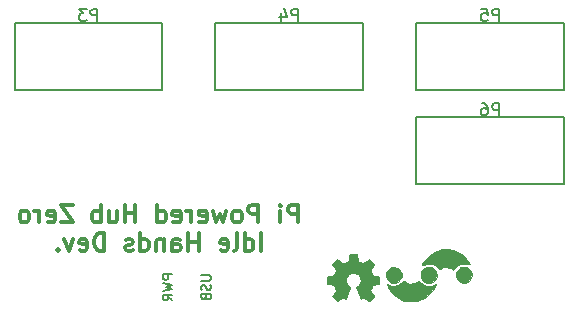
<source format=gbr>
G04 #@! TF.FileFunction,Legend,Bot*
%FSLAX46Y46*%
G04 Gerber Fmt 4.6, Leading zero omitted, Abs format (unit mm)*
G04 Created by KiCad (PCBNEW (2015-07-04 BZR 5884, Git c1bbf3e)-product) date 08/02/2016 4:00:02 PM*
%MOMM*%
G01*
G04 APERTURE LIST*
%ADD10C,0.100000*%
%ADD11C,0.200000*%
%ADD12C,0.300000*%
%ADD13C,0.150000*%
G04 APERTURE END LIST*
D10*
D11*
X118561905Y-96740476D02*
X119209524Y-96740476D01*
X119285714Y-96778571D01*
X119323810Y-96816667D01*
X119361905Y-96892857D01*
X119361905Y-97045238D01*
X119323810Y-97121429D01*
X119285714Y-97159524D01*
X119209524Y-97197619D01*
X118561905Y-97197619D01*
X119323810Y-97540476D02*
X119361905Y-97654762D01*
X119361905Y-97845238D01*
X119323810Y-97921428D01*
X119285714Y-97959524D01*
X119209524Y-97997619D01*
X119133333Y-97997619D01*
X119057143Y-97959524D01*
X119019048Y-97921428D01*
X118980952Y-97845238D01*
X118942857Y-97692857D01*
X118904762Y-97616666D01*
X118866667Y-97578571D01*
X118790476Y-97540476D01*
X118714286Y-97540476D01*
X118638095Y-97578571D01*
X118600000Y-97616666D01*
X118561905Y-97692857D01*
X118561905Y-97883333D01*
X118600000Y-97997619D01*
X118942857Y-98607143D02*
X118980952Y-98721429D01*
X119019048Y-98759524D01*
X119095238Y-98797619D01*
X119209524Y-98797619D01*
X119285714Y-98759524D01*
X119323810Y-98721429D01*
X119361905Y-98645238D01*
X119361905Y-98340476D01*
X118561905Y-98340476D01*
X118561905Y-98607143D01*
X118600000Y-98683333D01*
X118638095Y-98721429D01*
X118714286Y-98759524D01*
X118790476Y-98759524D01*
X118866667Y-98721429D01*
X118904762Y-98683333D01*
X118942857Y-98607143D01*
X118942857Y-98340476D01*
X116111905Y-96683333D02*
X115311905Y-96683333D01*
X115311905Y-96988095D01*
X115350000Y-97064286D01*
X115388095Y-97102381D01*
X115464286Y-97140476D01*
X115578571Y-97140476D01*
X115654762Y-97102381D01*
X115692857Y-97064286D01*
X115730952Y-96988095D01*
X115730952Y-96683333D01*
X115311905Y-97407143D02*
X116111905Y-97597619D01*
X115540476Y-97750000D01*
X116111905Y-97902381D01*
X115311905Y-98092857D01*
X116111905Y-98854762D02*
X115730952Y-98588095D01*
X116111905Y-98397619D02*
X115311905Y-98397619D01*
X115311905Y-98702381D01*
X115350000Y-98778572D01*
X115388095Y-98816667D01*
X115464286Y-98854762D01*
X115578571Y-98854762D01*
X115654762Y-98816667D01*
X115692857Y-98778572D01*
X115730952Y-98702381D01*
X115730952Y-98397619D01*
D12*
X126749999Y-92278571D02*
X126749999Y-90778571D01*
X126178571Y-90778571D01*
X126035713Y-90850000D01*
X125964285Y-90921429D01*
X125892856Y-91064286D01*
X125892856Y-91278571D01*
X125964285Y-91421429D01*
X126035713Y-91492857D01*
X126178571Y-91564286D01*
X126749999Y-91564286D01*
X125249999Y-92278571D02*
X125249999Y-91278571D01*
X125249999Y-90778571D02*
X125321428Y-90850000D01*
X125249999Y-90921429D01*
X125178571Y-90850000D01*
X125249999Y-90778571D01*
X125249999Y-90921429D01*
X123392856Y-92278571D02*
X123392856Y-90778571D01*
X122821428Y-90778571D01*
X122678570Y-90850000D01*
X122607142Y-90921429D01*
X122535713Y-91064286D01*
X122535713Y-91278571D01*
X122607142Y-91421429D01*
X122678570Y-91492857D01*
X122821428Y-91564286D01*
X123392856Y-91564286D01*
X121678570Y-92278571D02*
X121821428Y-92207143D01*
X121892856Y-92135714D01*
X121964285Y-91992857D01*
X121964285Y-91564286D01*
X121892856Y-91421429D01*
X121821428Y-91350000D01*
X121678570Y-91278571D01*
X121464285Y-91278571D01*
X121321428Y-91350000D01*
X121249999Y-91421429D01*
X121178570Y-91564286D01*
X121178570Y-91992857D01*
X121249999Y-92135714D01*
X121321428Y-92207143D01*
X121464285Y-92278571D01*
X121678570Y-92278571D01*
X120678570Y-91278571D02*
X120392856Y-92278571D01*
X120107142Y-91564286D01*
X119821427Y-92278571D01*
X119535713Y-91278571D01*
X118392856Y-92207143D02*
X118535713Y-92278571D01*
X118821427Y-92278571D01*
X118964284Y-92207143D01*
X119035713Y-92064286D01*
X119035713Y-91492857D01*
X118964284Y-91350000D01*
X118821427Y-91278571D01*
X118535713Y-91278571D01*
X118392856Y-91350000D01*
X118321427Y-91492857D01*
X118321427Y-91635714D01*
X119035713Y-91778571D01*
X117678570Y-92278571D02*
X117678570Y-91278571D01*
X117678570Y-91564286D02*
X117607142Y-91421429D01*
X117535713Y-91350000D01*
X117392856Y-91278571D01*
X117249999Y-91278571D01*
X116178571Y-92207143D02*
X116321428Y-92278571D01*
X116607142Y-92278571D01*
X116749999Y-92207143D01*
X116821428Y-92064286D01*
X116821428Y-91492857D01*
X116749999Y-91350000D01*
X116607142Y-91278571D01*
X116321428Y-91278571D01*
X116178571Y-91350000D01*
X116107142Y-91492857D01*
X116107142Y-91635714D01*
X116821428Y-91778571D01*
X114821428Y-92278571D02*
X114821428Y-90778571D01*
X114821428Y-92207143D02*
X114964285Y-92278571D01*
X115249999Y-92278571D01*
X115392857Y-92207143D01*
X115464285Y-92135714D01*
X115535714Y-91992857D01*
X115535714Y-91564286D01*
X115464285Y-91421429D01*
X115392857Y-91350000D01*
X115249999Y-91278571D01*
X114964285Y-91278571D01*
X114821428Y-91350000D01*
X112964285Y-92278571D02*
X112964285Y-90778571D01*
X112964285Y-91492857D02*
X112107142Y-91492857D01*
X112107142Y-92278571D02*
X112107142Y-90778571D01*
X110749999Y-91278571D02*
X110749999Y-92278571D01*
X111392856Y-91278571D02*
X111392856Y-92064286D01*
X111321428Y-92207143D01*
X111178570Y-92278571D01*
X110964285Y-92278571D01*
X110821428Y-92207143D01*
X110749999Y-92135714D01*
X110035713Y-92278571D02*
X110035713Y-90778571D01*
X110035713Y-91350000D02*
X109892856Y-91278571D01*
X109607142Y-91278571D01*
X109464285Y-91350000D01*
X109392856Y-91421429D01*
X109321427Y-91564286D01*
X109321427Y-91992857D01*
X109392856Y-92135714D01*
X109464285Y-92207143D01*
X109607142Y-92278571D01*
X109892856Y-92278571D01*
X110035713Y-92207143D01*
X107678570Y-90778571D02*
X106678570Y-90778571D01*
X107678570Y-92278571D01*
X106678570Y-92278571D01*
X105535714Y-92207143D02*
X105678571Y-92278571D01*
X105964285Y-92278571D01*
X106107142Y-92207143D01*
X106178571Y-92064286D01*
X106178571Y-91492857D01*
X106107142Y-91350000D01*
X105964285Y-91278571D01*
X105678571Y-91278571D01*
X105535714Y-91350000D01*
X105464285Y-91492857D01*
X105464285Y-91635714D01*
X106178571Y-91778571D01*
X104821428Y-92278571D02*
X104821428Y-91278571D01*
X104821428Y-91564286D02*
X104750000Y-91421429D01*
X104678571Y-91350000D01*
X104535714Y-91278571D01*
X104392857Y-91278571D01*
X103678571Y-92278571D02*
X103821429Y-92207143D01*
X103892857Y-92135714D01*
X103964286Y-91992857D01*
X103964286Y-91564286D01*
X103892857Y-91421429D01*
X103821429Y-91350000D01*
X103678571Y-91278571D01*
X103464286Y-91278571D01*
X103321429Y-91350000D01*
X103250000Y-91421429D01*
X103178571Y-91564286D01*
X103178571Y-91992857D01*
X103250000Y-92135714D01*
X103321429Y-92207143D01*
X103464286Y-92278571D01*
X103678571Y-92278571D01*
X123607143Y-94678571D02*
X123607143Y-93178571D01*
X122250000Y-94678571D02*
X122250000Y-93178571D01*
X122250000Y-94607143D02*
X122392857Y-94678571D01*
X122678571Y-94678571D01*
X122821429Y-94607143D01*
X122892857Y-94535714D01*
X122964286Y-94392857D01*
X122964286Y-93964286D01*
X122892857Y-93821429D01*
X122821429Y-93750000D01*
X122678571Y-93678571D01*
X122392857Y-93678571D01*
X122250000Y-93750000D01*
X121321428Y-94678571D02*
X121464286Y-94607143D01*
X121535714Y-94464286D01*
X121535714Y-93178571D01*
X120178572Y-94607143D02*
X120321429Y-94678571D01*
X120607143Y-94678571D01*
X120750000Y-94607143D01*
X120821429Y-94464286D01*
X120821429Y-93892857D01*
X120750000Y-93750000D01*
X120607143Y-93678571D01*
X120321429Y-93678571D01*
X120178572Y-93750000D01*
X120107143Y-93892857D01*
X120107143Y-94035714D01*
X120821429Y-94178571D01*
X118321429Y-94678571D02*
X118321429Y-93178571D01*
X118321429Y-93892857D02*
X117464286Y-93892857D01*
X117464286Y-94678571D02*
X117464286Y-93178571D01*
X116107143Y-94678571D02*
X116107143Y-93892857D01*
X116178572Y-93750000D01*
X116321429Y-93678571D01*
X116607143Y-93678571D01*
X116750000Y-93750000D01*
X116107143Y-94607143D02*
X116250000Y-94678571D01*
X116607143Y-94678571D01*
X116750000Y-94607143D01*
X116821429Y-94464286D01*
X116821429Y-94321429D01*
X116750000Y-94178571D01*
X116607143Y-94107143D01*
X116250000Y-94107143D01*
X116107143Y-94035714D01*
X115392857Y-93678571D02*
X115392857Y-94678571D01*
X115392857Y-93821429D02*
X115321429Y-93750000D01*
X115178571Y-93678571D01*
X114964286Y-93678571D01*
X114821429Y-93750000D01*
X114750000Y-93892857D01*
X114750000Y-94678571D01*
X113392857Y-94678571D02*
X113392857Y-93178571D01*
X113392857Y-94607143D02*
X113535714Y-94678571D01*
X113821428Y-94678571D01*
X113964286Y-94607143D01*
X114035714Y-94535714D01*
X114107143Y-94392857D01*
X114107143Y-93964286D01*
X114035714Y-93821429D01*
X113964286Y-93750000D01*
X113821428Y-93678571D01*
X113535714Y-93678571D01*
X113392857Y-93750000D01*
X112750000Y-94607143D02*
X112607143Y-94678571D01*
X112321428Y-94678571D01*
X112178571Y-94607143D01*
X112107143Y-94464286D01*
X112107143Y-94392857D01*
X112178571Y-94250000D01*
X112321428Y-94178571D01*
X112535714Y-94178571D01*
X112678571Y-94107143D01*
X112750000Y-93964286D01*
X112750000Y-93892857D01*
X112678571Y-93750000D01*
X112535714Y-93678571D01*
X112321428Y-93678571D01*
X112178571Y-93750000D01*
X110321428Y-94678571D02*
X110321428Y-93178571D01*
X109964285Y-93178571D01*
X109750000Y-93250000D01*
X109607142Y-93392857D01*
X109535714Y-93535714D01*
X109464285Y-93821429D01*
X109464285Y-94035714D01*
X109535714Y-94321429D01*
X109607142Y-94464286D01*
X109750000Y-94607143D01*
X109964285Y-94678571D01*
X110321428Y-94678571D01*
X108250000Y-94607143D02*
X108392857Y-94678571D01*
X108678571Y-94678571D01*
X108821428Y-94607143D01*
X108892857Y-94464286D01*
X108892857Y-93892857D01*
X108821428Y-93750000D01*
X108678571Y-93678571D01*
X108392857Y-93678571D01*
X108250000Y-93750000D01*
X108178571Y-93892857D01*
X108178571Y-94035714D01*
X108892857Y-94178571D01*
X107678571Y-93678571D02*
X107321428Y-94678571D01*
X106964286Y-93678571D01*
X106392857Y-94535714D02*
X106321429Y-94607143D01*
X106392857Y-94678571D01*
X106464286Y-94607143D01*
X106392857Y-94535714D01*
X106392857Y-94678571D01*
D13*
X102750000Y-75350000D02*
X115250000Y-75350000D01*
X102750000Y-81050000D02*
X102750000Y-75350000D01*
X102750000Y-81050000D02*
X115250000Y-81050000D01*
X115250000Y-81050000D02*
X115250000Y-75350000D01*
X119750000Y-75350000D02*
X132250000Y-75350000D01*
X119750000Y-81050000D02*
X119750000Y-75350000D01*
X119750000Y-81050000D02*
X132250000Y-81050000D01*
X132250000Y-81050000D02*
X132250000Y-75350000D01*
X136750000Y-75350000D02*
X149250000Y-75350000D01*
X136750000Y-81050000D02*
X136750000Y-75350000D01*
X136750000Y-81050000D02*
X149250000Y-81050000D01*
X149250000Y-81050000D02*
X149250000Y-75350000D01*
X136750000Y-83350000D02*
X149250000Y-83350000D01*
X136750000Y-89050000D02*
X136750000Y-83350000D01*
X136750000Y-89050000D02*
X149250000Y-89050000D01*
X149250000Y-89050000D02*
X149250000Y-83350000D01*
D10*
G36*
X141292500Y-95806729D02*
X141252050Y-95712344D01*
X141147499Y-95558968D01*
X141004043Y-95377913D01*
X140846877Y-95200493D01*
X140701199Y-95058021D01*
X140667337Y-95029792D01*
X140283085Y-94790497D01*
X139844700Y-94624655D01*
X139389631Y-94541298D01*
X138955323Y-94549460D01*
X138799866Y-94579347D01*
X138326063Y-94760933D01*
X137887104Y-95052868D01*
X137628047Y-95299546D01*
X137466899Y-95487649D01*
X137341677Y-95655679D01*
X137277605Y-95769551D01*
X137275807Y-95775563D01*
X137266453Y-95862021D01*
X137326660Y-95867976D01*
X137398441Y-95843246D01*
X137558284Y-95806763D01*
X137773481Y-95785898D01*
X137853504Y-95784000D01*
X138162650Y-95829171D01*
X138417919Y-95974931D01*
X138585089Y-96150157D01*
X138675733Y-96248405D01*
X138744793Y-96252333D01*
X138818285Y-96194682D01*
X139023586Y-96085232D01*
X139282222Y-96051465D01*
X139543627Y-96096035D01*
X139662686Y-96150354D01*
X139880141Y-96278656D01*
X140083584Y-96062967D01*
X140265605Y-95901087D01*
X140455706Y-95813109D01*
X140693924Y-95786999D01*
X140948896Y-95802861D01*
X141137840Y-95817121D01*
X141262642Y-95816493D01*
X141292500Y-95806729D01*
X141292500Y-95806729D01*
X141292500Y-95806729D01*
G37*
X141292500Y-95806729D02*
X141252050Y-95712344D01*
X141147499Y-95558968D01*
X141004043Y-95377913D01*
X140846877Y-95200493D01*
X140701199Y-95058021D01*
X140667337Y-95029792D01*
X140283085Y-94790497D01*
X139844700Y-94624655D01*
X139389631Y-94541298D01*
X138955323Y-94549460D01*
X138799866Y-94579347D01*
X138326063Y-94760933D01*
X137887104Y-95052868D01*
X137628047Y-95299546D01*
X137466899Y-95487649D01*
X137341677Y-95655679D01*
X137277605Y-95769551D01*
X137275807Y-95775563D01*
X137266453Y-95862021D01*
X137326660Y-95867976D01*
X137398441Y-95843246D01*
X137558284Y-95806763D01*
X137773481Y-95785898D01*
X137853504Y-95784000D01*
X138162650Y-95829171D01*
X138417919Y-95974931D01*
X138585089Y-96150157D01*
X138675733Y-96248405D01*
X138744793Y-96252333D01*
X138818285Y-96194682D01*
X139023586Y-96085232D01*
X139282222Y-96051465D01*
X139543627Y-96096035D01*
X139662686Y-96150354D01*
X139880141Y-96278656D01*
X140083584Y-96062967D01*
X140265605Y-95901087D01*
X140455706Y-95813109D01*
X140693924Y-95786999D01*
X140948896Y-95802861D01*
X141137840Y-95817121D01*
X141262642Y-95816493D01*
X141292500Y-95806729D01*
X141292500Y-95806729D01*
G36*
X135543612Y-96664454D02*
X135476870Y-96433163D01*
X135328678Y-96240613D01*
X135121793Y-96104760D01*
X134878974Y-96043562D01*
X134622981Y-96074975D01*
X134504989Y-96126615D01*
X134323304Y-96293670D01*
X134211930Y-96529491D01*
X134180774Y-96791130D01*
X134239742Y-97035638D01*
X134279604Y-97103734D01*
X134486745Y-97306430D01*
X134730243Y-97402695D01*
X134983764Y-97396548D01*
X135220978Y-97292009D01*
X135415551Y-97093096D01*
X135506143Y-96916530D01*
X135543612Y-96664454D01*
X135543612Y-96664454D01*
X135543612Y-96664454D01*
G37*
X135543612Y-96664454D02*
X135476870Y-96433163D01*
X135328678Y-96240613D01*
X135121793Y-96104760D01*
X134878974Y-96043562D01*
X134622981Y-96074975D01*
X134504989Y-96126615D01*
X134323304Y-96293670D01*
X134211930Y-96529491D01*
X134180774Y-96791130D01*
X134239742Y-97035638D01*
X134279604Y-97103734D01*
X134486745Y-97306430D01*
X134730243Y-97402695D01*
X134983764Y-97396548D01*
X135220978Y-97292009D01*
X135415551Y-97093096D01*
X135506143Y-96916530D01*
X135543612Y-96664454D01*
X135543612Y-96664454D01*
G36*
X138497848Y-96776940D02*
X138460284Y-96500422D01*
X138392755Y-96354834D01*
X138209264Y-96157132D01*
X137967669Y-96052158D01*
X137701749Y-96044970D01*
X137445285Y-96140626D01*
X137362531Y-96200578D01*
X137191581Y-96412647D01*
X137124458Y-96650762D01*
X137148354Y-96891140D01*
X137250461Y-97110000D01*
X137417972Y-97283558D01*
X137638080Y-97388032D01*
X137897976Y-97399642D01*
X137996228Y-97377286D01*
X138255573Y-97241795D01*
X138426195Y-97032872D01*
X138497848Y-96776940D01*
X138497848Y-96776940D01*
X138497848Y-96776940D01*
G37*
X138497848Y-96776940D02*
X138460284Y-96500422D01*
X138392755Y-96354834D01*
X138209264Y-96157132D01*
X137967669Y-96052158D01*
X137701749Y-96044970D01*
X137445285Y-96140626D01*
X137362531Y-96200578D01*
X137191581Y-96412647D01*
X137124458Y-96650762D01*
X137148354Y-96891140D01*
X137250461Y-97110000D01*
X137417972Y-97283558D01*
X137638080Y-97388032D01*
X137897976Y-97399642D01*
X137996228Y-97377286D01*
X138255573Y-97241795D01*
X138426195Y-97032872D01*
X138497848Y-96776940D01*
X138497848Y-96776940D01*
G36*
X141483000Y-96739425D02*
X141435437Y-96527467D01*
X141315190Y-96307283D01*
X141155918Y-96140073D01*
X141151733Y-96137105D01*
X140959754Y-96063204D01*
X140715903Y-96046347D01*
X140482902Y-96088831D01*
X140430182Y-96110679D01*
X140249083Y-96263525D01*
X140132583Y-96493572D01*
X140099907Y-96759406D01*
X140104890Y-96811511D01*
X140186280Y-97083521D01*
X140354509Y-97269784D01*
X140595202Y-97379363D01*
X140791218Y-97416756D01*
X140962640Y-97383063D01*
X141048029Y-97346039D01*
X141257858Y-97195317D01*
X141413004Y-96987545D01*
X141481999Y-96766607D01*
X141483000Y-96739425D01*
X141483000Y-96739425D01*
X141483000Y-96739425D01*
G37*
X141483000Y-96739425D02*
X141435437Y-96527467D01*
X141315190Y-96307283D01*
X141155918Y-96140073D01*
X141151733Y-96137105D01*
X140959754Y-96063204D01*
X140715903Y-96046347D01*
X140482902Y-96088831D01*
X140430182Y-96110679D01*
X140249083Y-96263525D01*
X140132583Y-96493572D01*
X140099907Y-96759406D01*
X140104890Y-96811511D01*
X140186280Y-97083521D01*
X140354509Y-97269784D01*
X140595202Y-97379363D01*
X140791218Y-97416756D01*
X140962640Y-97383063D01*
X141048029Y-97346039D01*
X141257858Y-97195317D01*
X141413004Y-96987545D01*
X141481999Y-96766607D01*
X141483000Y-96739425D01*
X141483000Y-96739425D01*
G36*
X138434078Y-97505366D02*
X138214328Y-97597183D01*
X138002774Y-97660911D01*
X137793451Y-97688717D01*
X137786164Y-97688763D01*
X137560608Y-97643156D01*
X137316590Y-97527385D01*
X137112553Y-97372352D01*
X137050625Y-97299839D01*
X136988740Y-97226649D01*
X136924304Y-97224809D01*
X136812209Y-97297260D01*
X136785190Y-97317161D01*
X136540839Y-97427620D01*
X136261200Y-97448846D01*
X135997700Y-97380424D01*
X135903441Y-97324282D01*
X135730262Y-97196246D01*
X135500251Y-97407035D01*
X135205112Y-97603863D01*
X134886742Y-97676180D01*
X134548317Y-97623315D01*
X134521481Y-97614021D01*
X134257826Y-97519211D01*
X134321571Y-97702071D01*
X134436275Y-97912174D01*
X134631375Y-98153347D01*
X134876193Y-98395076D01*
X135140055Y-98606849D01*
X135374929Y-98749817D01*
X135573319Y-98838827D01*
X135752124Y-98892284D01*
X135956738Y-98918813D01*
X136232555Y-98927040D01*
X136308701Y-98927250D01*
X136600177Y-98922674D01*
X136812459Y-98902282D01*
X136993217Y-98856086D01*
X137190123Y-98774093D01*
X137306160Y-98718209D01*
X137755342Y-98429984D01*
X138116505Y-98053542D01*
X138313082Y-97740058D01*
X138434078Y-97505366D01*
X138434078Y-97505366D01*
X138434078Y-97505366D01*
G37*
X138434078Y-97505366D02*
X138214328Y-97597183D01*
X138002774Y-97660911D01*
X137793451Y-97688717D01*
X137786164Y-97688763D01*
X137560608Y-97643156D01*
X137316590Y-97527385D01*
X137112553Y-97372352D01*
X137050625Y-97299839D01*
X136988740Y-97226649D01*
X136924304Y-97224809D01*
X136812209Y-97297260D01*
X136785190Y-97317161D01*
X136540839Y-97427620D01*
X136261200Y-97448846D01*
X135997700Y-97380424D01*
X135903441Y-97324282D01*
X135730262Y-97196246D01*
X135500251Y-97407035D01*
X135205112Y-97603863D01*
X134886742Y-97676180D01*
X134548317Y-97623315D01*
X134521481Y-97614021D01*
X134257826Y-97519211D01*
X134321571Y-97702071D01*
X134436275Y-97912174D01*
X134631375Y-98153347D01*
X134876193Y-98395076D01*
X135140055Y-98606849D01*
X135374929Y-98749817D01*
X135573319Y-98838827D01*
X135752124Y-98892284D01*
X135956738Y-98918813D01*
X136232555Y-98927040D01*
X136308701Y-98927250D01*
X136600177Y-98922674D01*
X136812459Y-98902282D01*
X136993217Y-98856086D01*
X137190123Y-98774093D01*
X137306160Y-98718209D01*
X137755342Y-98429984D01*
X138116505Y-98053542D01*
X138313082Y-97740058D01*
X138434078Y-97505366D01*
X138434078Y-97505366D01*
G36*
X129200007Y-97164819D02*
X129200403Y-97241526D01*
X129201801Y-97310278D01*
X129202164Y-97321275D01*
X129207444Y-97470192D01*
X129335347Y-97494162D01*
X129434620Y-97512838D01*
X129522923Y-97529594D01*
X129599120Y-97544210D01*
X129662073Y-97556464D01*
X129710647Y-97566135D01*
X129743706Y-97573002D01*
X129760112Y-97576843D01*
X129760491Y-97576957D01*
X129774188Y-97586696D01*
X129789335Y-97608785D01*
X129806728Y-97644751D01*
X129827165Y-97696123D01*
X129837936Y-97725715D01*
X129854603Y-97769496D01*
X129875784Y-97820926D01*
X129897893Y-97871418D01*
X129906790Y-97890694D01*
X129930597Y-97942782D01*
X129946115Y-97982508D01*
X129953540Y-98013548D01*
X129953071Y-98039574D01*
X129944906Y-98064261D01*
X129929242Y-98091283D01*
X129918435Y-98107138D01*
X129855237Y-98198034D01*
X129800378Y-98278016D01*
X129754339Y-98346363D01*
X129717599Y-98402353D01*
X129690637Y-98445267D01*
X129673932Y-98474383D01*
X129672849Y-98476497D01*
X129648785Y-98524245D01*
X129845135Y-98723432D01*
X129894526Y-98773156D01*
X129940485Y-98818701D01*
X129981309Y-98858436D01*
X130015293Y-98890728D01*
X130040735Y-98913946D01*
X130055931Y-98926459D01*
X130058806Y-98928116D01*
X130067944Y-98929299D01*
X130079912Y-98926908D01*
X130096426Y-98919927D01*
X130119200Y-98907343D01*
X130149949Y-98888141D01*
X130190390Y-98861307D01*
X130242235Y-98825827D01*
X130302357Y-98784065D01*
X130351611Y-98750096D01*
X130399163Y-98718000D01*
X130441770Y-98689914D01*
X130476189Y-98667975D01*
X130499177Y-98654318D01*
X130499777Y-98653994D01*
X130547518Y-98628322D01*
X130585955Y-98649615D01*
X130622703Y-98669527D01*
X130661401Y-98689761D01*
X130698658Y-98708637D01*
X130731082Y-98724473D01*
X130755281Y-98735590D01*
X130767863Y-98740306D01*
X130768854Y-98740237D01*
X130775003Y-98728466D01*
X130787136Y-98701763D01*
X130804470Y-98662028D01*
X130826221Y-98611163D01*
X130851605Y-98551069D01*
X130879837Y-98483646D01*
X130910134Y-98410795D01*
X130941711Y-98334417D01*
X130973786Y-98256413D01*
X131005572Y-98178684D01*
X131036288Y-98103130D01*
X131065147Y-98031653D01*
X131091368Y-97966152D01*
X131114165Y-97908530D01*
X131132754Y-97860687D01*
X131144788Y-97828786D01*
X131171906Y-97755238D01*
X131108076Y-97711624D01*
X131028840Y-97650584D01*
X130958103Y-97582363D01*
X130898370Y-97509892D01*
X130852145Y-97436102D01*
X130829141Y-97385168D01*
X130819063Y-97352337D01*
X130808981Y-97309806D01*
X130800836Y-97265915D01*
X130799802Y-97259046D01*
X130793759Y-97155467D01*
X130805013Y-97053165D01*
X130832763Y-96954410D01*
X130876205Y-96861471D01*
X130934536Y-96776616D01*
X130992003Y-96715505D01*
X131071073Y-96653807D01*
X131159336Y-96605401D01*
X131253765Y-96571264D01*
X131351333Y-96552377D01*
X131449015Y-96549718D01*
X131491296Y-96553948D01*
X131599132Y-96577497D01*
X131697497Y-96615898D01*
X131785467Y-96668412D01*
X131862117Y-96734298D01*
X131926523Y-96812816D01*
X131977762Y-96903227D01*
X132001722Y-96962646D01*
X132023011Y-97044773D01*
X132033811Y-97134841D01*
X132033708Y-97225704D01*
X132022292Y-97310216D01*
X132021874Y-97312112D01*
X131991567Y-97407160D01*
X131944798Y-97496161D01*
X131882694Y-97577520D01*
X131806379Y-97649643D01*
X131758613Y-97684893D01*
X131724349Y-97708844D01*
X131695344Y-97730685D01*
X131675246Y-97747577D01*
X131668283Y-97755171D01*
X131665759Y-97759012D01*
X131663825Y-97762720D01*
X131662991Y-97767660D01*
X131663768Y-97775200D01*
X131666665Y-97786704D01*
X131672192Y-97803539D01*
X131680861Y-97827071D01*
X131693181Y-97858665D01*
X131709663Y-97899688D01*
X131730816Y-97951506D01*
X131757151Y-98015484D01*
X131789179Y-98092989D01*
X131827409Y-98185386D01*
X131843651Y-98224643D01*
X131885748Y-98326298D01*
X131921580Y-98412556D01*
X131951749Y-98484809D01*
X131976861Y-98544453D01*
X131997518Y-98592882D01*
X132014325Y-98631489D01*
X132027885Y-98661670D01*
X132038802Y-98684818D01*
X132047680Y-98702328D01*
X132055122Y-98715594D01*
X132058877Y-98721673D01*
X132072187Y-98742452D01*
X132174916Y-98687655D01*
X132214597Y-98666957D01*
X132249089Y-98649840D01*
X132274956Y-98637946D01*
X132288760Y-98632921D01*
X132289449Y-98632857D01*
X132300903Y-98637711D01*
X132324832Y-98651195D01*
X132358738Y-98671693D01*
X132400124Y-98697588D01*
X132446493Y-98727264D01*
X132495346Y-98759104D01*
X132544186Y-98791492D01*
X132590516Y-98822811D01*
X132631839Y-98851446D01*
X132665655Y-98875779D01*
X132671370Y-98880041D01*
X132705544Y-98904031D01*
X132735341Y-98921806D01*
X132756785Y-98931095D01*
X132762084Y-98931926D01*
X132773171Y-98927514D01*
X132792228Y-98913969D01*
X132820123Y-98890520D01*
X132857723Y-98856402D01*
X132905894Y-98810844D01*
X132965502Y-98753081D01*
X132980696Y-98738208D01*
X133030863Y-98688511D01*
X133076205Y-98642599D01*
X133115170Y-98602118D01*
X133146206Y-98568716D01*
X133167762Y-98544041D01*
X133178287Y-98529739D01*
X133179074Y-98527586D01*
X133178323Y-98500355D01*
X133170025Y-98477408D01*
X133153733Y-98453285D01*
X133140047Y-98434468D01*
X133118302Y-98403695D01*
X133090484Y-98363854D01*
X133058581Y-98317834D01*
X133024577Y-98268526D01*
X132990460Y-98218817D01*
X132958215Y-98171598D01*
X132929830Y-98129757D01*
X132907290Y-98096184D01*
X132892582Y-98073768D01*
X132890089Y-98069805D01*
X132870123Y-98037430D01*
X132941798Y-97855281D01*
X132964503Y-97798198D01*
X132986539Y-97743918D01*
X133006521Y-97695773D01*
X133023061Y-97657093D01*
X133034773Y-97631211D01*
X133036698Y-97627299D01*
X133044462Y-97612039D01*
X133051917Y-97599758D01*
X133061138Y-97589734D01*
X133074197Y-97581246D01*
X133093168Y-97573573D01*
X133120126Y-97565995D01*
X133157144Y-97557789D01*
X133206295Y-97548236D01*
X133269654Y-97536613D01*
X133327678Y-97526117D01*
X133388702Y-97514902D01*
X133446464Y-97503973D01*
X133497608Y-97493988D01*
X133538778Y-97485606D01*
X133566616Y-97479488D01*
X133572607Y-97477998D01*
X133617964Y-97465999D01*
X133620353Y-97166172D01*
X133622741Y-96866345D01*
X133529638Y-96847213D01*
X133490352Y-96839357D01*
X133438020Y-96829206D01*
X133377455Y-96817676D01*
X133313468Y-96805684D01*
X133255107Y-96794920D01*
X133198891Y-96784476D01*
X133147900Y-96774683D01*
X133105160Y-96766149D01*
X133073694Y-96759479D01*
X133056528Y-96755281D01*
X133055205Y-96754841D01*
X133048493Y-96750832D01*
X133041007Y-96742644D01*
X133031950Y-96728624D01*
X133020522Y-96707124D01*
X133005926Y-96676492D01*
X132987362Y-96635077D01*
X132964031Y-96581229D01*
X132935136Y-96513298D01*
X132913364Y-96461694D01*
X132894773Y-96416540D01*
X132879043Y-96376434D01*
X132867436Y-96344737D01*
X132861210Y-96324814D01*
X132860500Y-96320587D01*
X132865432Y-96307486D01*
X132878894Y-96283012D01*
X132898878Y-96250562D01*
X132923380Y-96213535D01*
X132925606Y-96210286D01*
X132992469Y-96112566D01*
X133048818Y-96029306D01*
X133094800Y-95960283D01*
X133130558Y-95905275D01*
X133156237Y-95864059D01*
X133171981Y-95836411D01*
X133177936Y-95822110D01*
X133178000Y-95821311D01*
X133171935Y-95810857D01*
X133155023Y-95789559D01*
X133129182Y-95759464D01*
X133096332Y-95722617D01*
X133058394Y-95681065D01*
X133017287Y-95636853D01*
X132974931Y-95592027D01*
X132933245Y-95548634D01*
X132894151Y-95508718D01*
X132859568Y-95474326D01*
X132831415Y-95447505D01*
X132811613Y-95430299D01*
X132809699Y-95428836D01*
X132784971Y-95413404D01*
X132762726Y-95404388D01*
X132756145Y-95403429D01*
X132740327Y-95408711D01*
X132714988Y-95422797D01*
X132684683Y-95443044D01*
X132673134Y-95451561D01*
X132639143Y-95476242D01*
X132595653Y-95506288D01*
X132548660Y-95537622D01*
X132510533Y-95562162D01*
X132466530Y-95590550D01*
X132422162Y-95620271D01*
X132382907Y-95647593D01*
X132356651Y-95666917D01*
X132317691Y-95696112D01*
X132289056Y-95715017D01*
X132267422Y-95725299D01*
X132249466Y-95728620D01*
X132235797Y-95727435D01*
X132220221Y-95722534D01*
X132190163Y-95711172D01*
X132147734Y-95694222D01*
X132095046Y-95672558D01*
X132034211Y-95647053D01*
X131967341Y-95618580D01*
X131896547Y-95588012D01*
X131857518Y-95570982D01*
X131829716Y-95558803D01*
X131778967Y-95276673D01*
X131764714Y-95199318D01*
X131751307Y-95130167D01*
X131739148Y-95071106D01*
X131728643Y-95024020D01*
X131720198Y-94990795D01*
X131714217Y-94973316D01*
X131713578Y-94972200D01*
X131698939Y-94949858D01*
X131414508Y-94949858D01*
X131331763Y-94950003D01*
X131265475Y-94950487D01*
X131213958Y-94951378D01*
X131175530Y-94952746D01*
X131148504Y-94954660D01*
X131131196Y-94957190D01*
X131121923Y-94960406D01*
X131119989Y-94962014D01*
X131113065Y-94977675D01*
X131104037Y-95009722D01*
X131093250Y-95056568D01*
X131081046Y-95116622D01*
X131067772Y-95188296D01*
X131055383Y-95260283D01*
X131045860Y-95315389D01*
X131034919Y-95375546D01*
X131024136Y-95432231D01*
X131017564Y-95465086D01*
X131010555Y-95499996D01*
X131004427Y-95526011D01*
X130996706Y-95545490D01*
X130984918Y-95560792D01*
X130966589Y-95574277D01*
X130939246Y-95588304D01*
X130900414Y-95605231D01*
X130847620Y-95627419D01*
X130847116Y-95627632D01*
X130798961Y-95647994D01*
X130747699Y-95669689D01*
X130700995Y-95689473D01*
X130678821Y-95698876D01*
X130642722Y-95713073D01*
X130610288Y-95723852D01*
X130587056Y-95729436D01*
X130582490Y-95729834D01*
X130562320Y-95723912D01*
X130530382Y-95706536D01*
X130488219Y-95678581D01*
X130473633Y-95668136D01*
X130418887Y-95628984D01*
X130359614Y-95587704D01*
X130299144Y-95546520D01*
X130240806Y-95507657D01*
X130187929Y-95473338D01*
X130143843Y-95445787D01*
X130118185Y-95430698D01*
X130065548Y-95401160D01*
X130041390Y-95422705D01*
X130007525Y-95453508D01*
X129967443Y-95490932D01*
X129923196Y-95532965D01*
X129876835Y-95577591D01*
X129830411Y-95622795D01*
X129785975Y-95666565D01*
X129745581Y-95706885D01*
X129711278Y-95741741D01*
X129685118Y-95769118D01*
X129669153Y-95787003D01*
X129665773Y-95791528D01*
X129657462Y-95807204D01*
X129653913Y-95822418D01*
X129656158Y-95839668D01*
X129665233Y-95861452D01*
X129682172Y-95890269D01*
X129708009Y-95928616D01*
X129742857Y-95977708D01*
X129797569Y-96054076D01*
X129842553Y-96117200D01*
X129878778Y-96168492D01*
X129907211Y-96209363D01*
X129928819Y-96241226D01*
X129944569Y-96265491D01*
X129955429Y-96283571D01*
X129962366Y-96296878D01*
X129963828Y-96300150D01*
X129970172Y-96317548D01*
X129971153Y-96332700D01*
X129965842Y-96351350D01*
X129953311Y-96379242D01*
X129949909Y-96386329D01*
X129936161Y-96416378D01*
X129918090Y-96458037D01*
X129897951Y-96506011D01*
X129877998Y-96555001D01*
X129876202Y-96559495D01*
X129848498Y-96626857D01*
X129825232Y-96678459D01*
X129805516Y-96715881D01*
X129788460Y-96740706D01*
X129773175Y-96754517D01*
X129764540Y-96758161D01*
X129747160Y-96761889D01*
X129715198Y-96768279D01*
X129671914Y-96776713D01*
X129620570Y-96786574D01*
X129564427Y-96797243D01*
X129506745Y-96808104D01*
X129450786Y-96818539D01*
X129399812Y-96827931D01*
X129357084Y-96835662D01*
X129331714Y-96840118D01*
X129293239Y-96847301D01*
X129259103Y-96854694D01*
X129235237Y-96860984D01*
X129231079Y-96862415D01*
X129207552Y-96871472D01*
X129202218Y-97021915D01*
X129200613Y-97088750D01*
X129200007Y-97164819D01*
X129200007Y-97164819D01*
X129200007Y-97164819D01*
G37*
X129200007Y-97164819D02*
X129200403Y-97241526D01*
X129201801Y-97310278D01*
X129202164Y-97321275D01*
X129207444Y-97470192D01*
X129335347Y-97494162D01*
X129434620Y-97512838D01*
X129522923Y-97529594D01*
X129599120Y-97544210D01*
X129662073Y-97556464D01*
X129710647Y-97566135D01*
X129743706Y-97573002D01*
X129760112Y-97576843D01*
X129760491Y-97576957D01*
X129774188Y-97586696D01*
X129789335Y-97608785D01*
X129806728Y-97644751D01*
X129827165Y-97696123D01*
X129837936Y-97725715D01*
X129854603Y-97769496D01*
X129875784Y-97820926D01*
X129897893Y-97871418D01*
X129906790Y-97890694D01*
X129930597Y-97942782D01*
X129946115Y-97982508D01*
X129953540Y-98013548D01*
X129953071Y-98039574D01*
X129944906Y-98064261D01*
X129929242Y-98091283D01*
X129918435Y-98107138D01*
X129855237Y-98198034D01*
X129800378Y-98278016D01*
X129754339Y-98346363D01*
X129717599Y-98402353D01*
X129690637Y-98445267D01*
X129673932Y-98474383D01*
X129672849Y-98476497D01*
X129648785Y-98524245D01*
X129845135Y-98723432D01*
X129894526Y-98773156D01*
X129940485Y-98818701D01*
X129981309Y-98858436D01*
X130015293Y-98890728D01*
X130040735Y-98913946D01*
X130055931Y-98926459D01*
X130058806Y-98928116D01*
X130067944Y-98929299D01*
X130079912Y-98926908D01*
X130096426Y-98919927D01*
X130119200Y-98907343D01*
X130149949Y-98888141D01*
X130190390Y-98861307D01*
X130242235Y-98825827D01*
X130302357Y-98784065D01*
X130351611Y-98750096D01*
X130399163Y-98718000D01*
X130441770Y-98689914D01*
X130476189Y-98667975D01*
X130499177Y-98654318D01*
X130499777Y-98653994D01*
X130547518Y-98628322D01*
X130585955Y-98649615D01*
X130622703Y-98669527D01*
X130661401Y-98689761D01*
X130698658Y-98708637D01*
X130731082Y-98724473D01*
X130755281Y-98735590D01*
X130767863Y-98740306D01*
X130768854Y-98740237D01*
X130775003Y-98728466D01*
X130787136Y-98701763D01*
X130804470Y-98662028D01*
X130826221Y-98611163D01*
X130851605Y-98551069D01*
X130879837Y-98483646D01*
X130910134Y-98410795D01*
X130941711Y-98334417D01*
X130973786Y-98256413D01*
X131005572Y-98178684D01*
X131036288Y-98103130D01*
X131065147Y-98031653D01*
X131091368Y-97966152D01*
X131114165Y-97908530D01*
X131132754Y-97860687D01*
X131144788Y-97828786D01*
X131171906Y-97755238D01*
X131108076Y-97711624D01*
X131028840Y-97650584D01*
X130958103Y-97582363D01*
X130898370Y-97509892D01*
X130852145Y-97436102D01*
X130829141Y-97385168D01*
X130819063Y-97352337D01*
X130808981Y-97309806D01*
X130800836Y-97265915D01*
X130799802Y-97259046D01*
X130793759Y-97155467D01*
X130805013Y-97053165D01*
X130832763Y-96954410D01*
X130876205Y-96861471D01*
X130934536Y-96776616D01*
X130992003Y-96715505D01*
X131071073Y-96653807D01*
X131159336Y-96605401D01*
X131253765Y-96571264D01*
X131351333Y-96552377D01*
X131449015Y-96549718D01*
X131491296Y-96553948D01*
X131599132Y-96577497D01*
X131697497Y-96615898D01*
X131785467Y-96668412D01*
X131862117Y-96734298D01*
X131926523Y-96812816D01*
X131977762Y-96903227D01*
X132001722Y-96962646D01*
X132023011Y-97044773D01*
X132033811Y-97134841D01*
X132033708Y-97225704D01*
X132022292Y-97310216D01*
X132021874Y-97312112D01*
X131991567Y-97407160D01*
X131944798Y-97496161D01*
X131882694Y-97577520D01*
X131806379Y-97649643D01*
X131758613Y-97684893D01*
X131724349Y-97708844D01*
X131695344Y-97730685D01*
X131675246Y-97747577D01*
X131668283Y-97755171D01*
X131665759Y-97759012D01*
X131663825Y-97762720D01*
X131662991Y-97767660D01*
X131663768Y-97775200D01*
X131666665Y-97786704D01*
X131672192Y-97803539D01*
X131680861Y-97827071D01*
X131693181Y-97858665D01*
X131709663Y-97899688D01*
X131730816Y-97951506D01*
X131757151Y-98015484D01*
X131789179Y-98092989D01*
X131827409Y-98185386D01*
X131843651Y-98224643D01*
X131885748Y-98326298D01*
X131921580Y-98412556D01*
X131951749Y-98484809D01*
X131976861Y-98544453D01*
X131997518Y-98592882D01*
X132014325Y-98631489D01*
X132027885Y-98661670D01*
X132038802Y-98684818D01*
X132047680Y-98702328D01*
X132055122Y-98715594D01*
X132058877Y-98721673D01*
X132072187Y-98742452D01*
X132174916Y-98687655D01*
X132214597Y-98666957D01*
X132249089Y-98649840D01*
X132274956Y-98637946D01*
X132288760Y-98632921D01*
X132289449Y-98632857D01*
X132300903Y-98637711D01*
X132324832Y-98651195D01*
X132358738Y-98671693D01*
X132400124Y-98697588D01*
X132446493Y-98727264D01*
X132495346Y-98759104D01*
X132544186Y-98791492D01*
X132590516Y-98822811D01*
X132631839Y-98851446D01*
X132665655Y-98875779D01*
X132671370Y-98880041D01*
X132705544Y-98904031D01*
X132735341Y-98921806D01*
X132756785Y-98931095D01*
X132762084Y-98931926D01*
X132773171Y-98927514D01*
X132792228Y-98913969D01*
X132820123Y-98890520D01*
X132857723Y-98856402D01*
X132905894Y-98810844D01*
X132965502Y-98753081D01*
X132980696Y-98738208D01*
X133030863Y-98688511D01*
X133076205Y-98642599D01*
X133115170Y-98602118D01*
X133146206Y-98568716D01*
X133167762Y-98544041D01*
X133178287Y-98529739D01*
X133179074Y-98527586D01*
X133178323Y-98500355D01*
X133170025Y-98477408D01*
X133153733Y-98453285D01*
X133140047Y-98434468D01*
X133118302Y-98403695D01*
X133090484Y-98363854D01*
X133058581Y-98317834D01*
X133024577Y-98268526D01*
X132990460Y-98218817D01*
X132958215Y-98171598D01*
X132929830Y-98129757D01*
X132907290Y-98096184D01*
X132892582Y-98073768D01*
X132890089Y-98069805D01*
X132870123Y-98037430D01*
X132941798Y-97855281D01*
X132964503Y-97798198D01*
X132986539Y-97743918D01*
X133006521Y-97695773D01*
X133023061Y-97657093D01*
X133034773Y-97631211D01*
X133036698Y-97627299D01*
X133044462Y-97612039D01*
X133051917Y-97599758D01*
X133061138Y-97589734D01*
X133074197Y-97581246D01*
X133093168Y-97573573D01*
X133120126Y-97565995D01*
X133157144Y-97557789D01*
X133206295Y-97548236D01*
X133269654Y-97536613D01*
X133327678Y-97526117D01*
X133388702Y-97514902D01*
X133446464Y-97503973D01*
X133497608Y-97493988D01*
X133538778Y-97485606D01*
X133566616Y-97479488D01*
X133572607Y-97477998D01*
X133617964Y-97465999D01*
X133620353Y-97166172D01*
X133622741Y-96866345D01*
X133529638Y-96847213D01*
X133490352Y-96839357D01*
X133438020Y-96829206D01*
X133377455Y-96817676D01*
X133313468Y-96805684D01*
X133255107Y-96794920D01*
X133198891Y-96784476D01*
X133147900Y-96774683D01*
X133105160Y-96766149D01*
X133073694Y-96759479D01*
X133056528Y-96755281D01*
X133055205Y-96754841D01*
X133048493Y-96750832D01*
X133041007Y-96742644D01*
X133031950Y-96728624D01*
X133020522Y-96707124D01*
X133005926Y-96676492D01*
X132987362Y-96635077D01*
X132964031Y-96581229D01*
X132935136Y-96513298D01*
X132913364Y-96461694D01*
X132894773Y-96416540D01*
X132879043Y-96376434D01*
X132867436Y-96344737D01*
X132861210Y-96324814D01*
X132860500Y-96320587D01*
X132865432Y-96307486D01*
X132878894Y-96283012D01*
X132898878Y-96250562D01*
X132923380Y-96213535D01*
X132925606Y-96210286D01*
X132992469Y-96112566D01*
X133048818Y-96029306D01*
X133094800Y-95960283D01*
X133130558Y-95905275D01*
X133156237Y-95864059D01*
X133171981Y-95836411D01*
X133177936Y-95822110D01*
X133178000Y-95821311D01*
X133171935Y-95810857D01*
X133155023Y-95789559D01*
X133129182Y-95759464D01*
X133096332Y-95722617D01*
X133058394Y-95681065D01*
X133017287Y-95636853D01*
X132974931Y-95592027D01*
X132933245Y-95548634D01*
X132894151Y-95508718D01*
X132859568Y-95474326D01*
X132831415Y-95447505D01*
X132811613Y-95430299D01*
X132809699Y-95428836D01*
X132784971Y-95413404D01*
X132762726Y-95404388D01*
X132756145Y-95403429D01*
X132740327Y-95408711D01*
X132714988Y-95422797D01*
X132684683Y-95443044D01*
X132673134Y-95451561D01*
X132639143Y-95476242D01*
X132595653Y-95506288D01*
X132548660Y-95537622D01*
X132510533Y-95562162D01*
X132466530Y-95590550D01*
X132422162Y-95620271D01*
X132382907Y-95647593D01*
X132356651Y-95666917D01*
X132317691Y-95696112D01*
X132289056Y-95715017D01*
X132267422Y-95725299D01*
X132249466Y-95728620D01*
X132235797Y-95727435D01*
X132220221Y-95722534D01*
X132190163Y-95711172D01*
X132147734Y-95694222D01*
X132095046Y-95672558D01*
X132034211Y-95647053D01*
X131967341Y-95618580D01*
X131896547Y-95588012D01*
X131857518Y-95570982D01*
X131829716Y-95558803D01*
X131778967Y-95276673D01*
X131764714Y-95199318D01*
X131751307Y-95130167D01*
X131739148Y-95071106D01*
X131728643Y-95024020D01*
X131720198Y-94990795D01*
X131714217Y-94973316D01*
X131713578Y-94972200D01*
X131698939Y-94949858D01*
X131414508Y-94949858D01*
X131331763Y-94950003D01*
X131265475Y-94950487D01*
X131213958Y-94951378D01*
X131175530Y-94952746D01*
X131148504Y-94954660D01*
X131131196Y-94957190D01*
X131121923Y-94960406D01*
X131119989Y-94962014D01*
X131113065Y-94977675D01*
X131104037Y-95009722D01*
X131093250Y-95056568D01*
X131081046Y-95116622D01*
X131067772Y-95188296D01*
X131055383Y-95260283D01*
X131045860Y-95315389D01*
X131034919Y-95375546D01*
X131024136Y-95432231D01*
X131017564Y-95465086D01*
X131010555Y-95499996D01*
X131004427Y-95526011D01*
X130996706Y-95545490D01*
X130984918Y-95560792D01*
X130966589Y-95574277D01*
X130939246Y-95588304D01*
X130900414Y-95605231D01*
X130847620Y-95627419D01*
X130847116Y-95627632D01*
X130798961Y-95647994D01*
X130747699Y-95669689D01*
X130700995Y-95689473D01*
X130678821Y-95698876D01*
X130642722Y-95713073D01*
X130610288Y-95723852D01*
X130587056Y-95729436D01*
X130582490Y-95729834D01*
X130562320Y-95723912D01*
X130530382Y-95706536D01*
X130488219Y-95678581D01*
X130473633Y-95668136D01*
X130418887Y-95628984D01*
X130359614Y-95587704D01*
X130299144Y-95546520D01*
X130240806Y-95507657D01*
X130187929Y-95473338D01*
X130143843Y-95445787D01*
X130118185Y-95430698D01*
X130065548Y-95401160D01*
X130041390Y-95422705D01*
X130007525Y-95453508D01*
X129967443Y-95490932D01*
X129923196Y-95532965D01*
X129876835Y-95577591D01*
X129830411Y-95622795D01*
X129785975Y-95666565D01*
X129745581Y-95706885D01*
X129711278Y-95741741D01*
X129685118Y-95769118D01*
X129669153Y-95787003D01*
X129665773Y-95791528D01*
X129657462Y-95807204D01*
X129653913Y-95822418D01*
X129656158Y-95839668D01*
X129665233Y-95861452D01*
X129682172Y-95890269D01*
X129708009Y-95928616D01*
X129742857Y-95977708D01*
X129797569Y-96054076D01*
X129842553Y-96117200D01*
X129878778Y-96168492D01*
X129907211Y-96209363D01*
X129928819Y-96241226D01*
X129944569Y-96265491D01*
X129955429Y-96283571D01*
X129962366Y-96296878D01*
X129963828Y-96300150D01*
X129970172Y-96317548D01*
X129971153Y-96332700D01*
X129965842Y-96351350D01*
X129953311Y-96379242D01*
X129949909Y-96386329D01*
X129936161Y-96416378D01*
X129918090Y-96458037D01*
X129897951Y-96506011D01*
X129877998Y-96555001D01*
X129876202Y-96559495D01*
X129848498Y-96626857D01*
X129825232Y-96678459D01*
X129805516Y-96715881D01*
X129788460Y-96740706D01*
X129773175Y-96754517D01*
X129764540Y-96758161D01*
X129747160Y-96761889D01*
X129715198Y-96768279D01*
X129671914Y-96776713D01*
X129620570Y-96786574D01*
X129564427Y-96797243D01*
X129506745Y-96808104D01*
X129450786Y-96818539D01*
X129399812Y-96827931D01*
X129357084Y-96835662D01*
X129331714Y-96840118D01*
X129293239Y-96847301D01*
X129259103Y-96854694D01*
X129235237Y-96860984D01*
X129231079Y-96862415D01*
X129207552Y-96871472D01*
X129202218Y-97021915D01*
X129200613Y-97088750D01*
X129200007Y-97164819D01*
X129200007Y-97164819D01*
D13*
X109738095Y-75202381D02*
X109738095Y-74202381D01*
X109357142Y-74202381D01*
X109261904Y-74250000D01*
X109214285Y-74297619D01*
X109166666Y-74392857D01*
X109166666Y-74535714D01*
X109214285Y-74630952D01*
X109261904Y-74678571D01*
X109357142Y-74726190D01*
X109738095Y-74726190D01*
X108833333Y-74202381D02*
X108214285Y-74202381D01*
X108547619Y-74583333D01*
X108404761Y-74583333D01*
X108309523Y-74630952D01*
X108261904Y-74678571D01*
X108214285Y-74773810D01*
X108214285Y-75011905D01*
X108261904Y-75107143D01*
X108309523Y-75154762D01*
X108404761Y-75202381D01*
X108690476Y-75202381D01*
X108785714Y-75154762D01*
X108833333Y-75107143D01*
X126738095Y-75202381D02*
X126738095Y-74202381D01*
X126357142Y-74202381D01*
X126261904Y-74250000D01*
X126214285Y-74297619D01*
X126166666Y-74392857D01*
X126166666Y-74535714D01*
X126214285Y-74630952D01*
X126261904Y-74678571D01*
X126357142Y-74726190D01*
X126738095Y-74726190D01*
X125309523Y-74535714D02*
X125309523Y-75202381D01*
X125547619Y-74154762D02*
X125785714Y-74869048D01*
X125166666Y-74869048D01*
X143738095Y-75202381D02*
X143738095Y-74202381D01*
X143357142Y-74202381D01*
X143261904Y-74250000D01*
X143214285Y-74297619D01*
X143166666Y-74392857D01*
X143166666Y-74535714D01*
X143214285Y-74630952D01*
X143261904Y-74678571D01*
X143357142Y-74726190D01*
X143738095Y-74726190D01*
X142261904Y-74202381D02*
X142738095Y-74202381D01*
X142785714Y-74678571D01*
X142738095Y-74630952D01*
X142642857Y-74583333D01*
X142404761Y-74583333D01*
X142309523Y-74630952D01*
X142261904Y-74678571D01*
X142214285Y-74773810D01*
X142214285Y-75011905D01*
X142261904Y-75107143D01*
X142309523Y-75154762D01*
X142404761Y-75202381D01*
X142642857Y-75202381D01*
X142738095Y-75154762D01*
X142785714Y-75107143D01*
X143738095Y-83202381D02*
X143738095Y-82202381D01*
X143357142Y-82202381D01*
X143261904Y-82250000D01*
X143214285Y-82297619D01*
X143166666Y-82392857D01*
X143166666Y-82535714D01*
X143214285Y-82630952D01*
X143261904Y-82678571D01*
X143357142Y-82726190D01*
X143738095Y-82726190D01*
X142309523Y-82202381D02*
X142500000Y-82202381D01*
X142595238Y-82250000D01*
X142642857Y-82297619D01*
X142738095Y-82440476D01*
X142785714Y-82630952D01*
X142785714Y-83011905D01*
X142738095Y-83107143D01*
X142690476Y-83154762D01*
X142595238Y-83202381D01*
X142404761Y-83202381D01*
X142309523Y-83154762D01*
X142261904Y-83107143D01*
X142214285Y-83011905D01*
X142214285Y-82773810D01*
X142261904Y-82678571D01*
X142309523Y-82630952D01*
X142404761Y-82583333D01*
X142595238Y-82583333D01*
X142690476Y-82630952D01*
X142738095Y-82678571D01*
X142785714Y-82773810D01*
M02*

</source>
